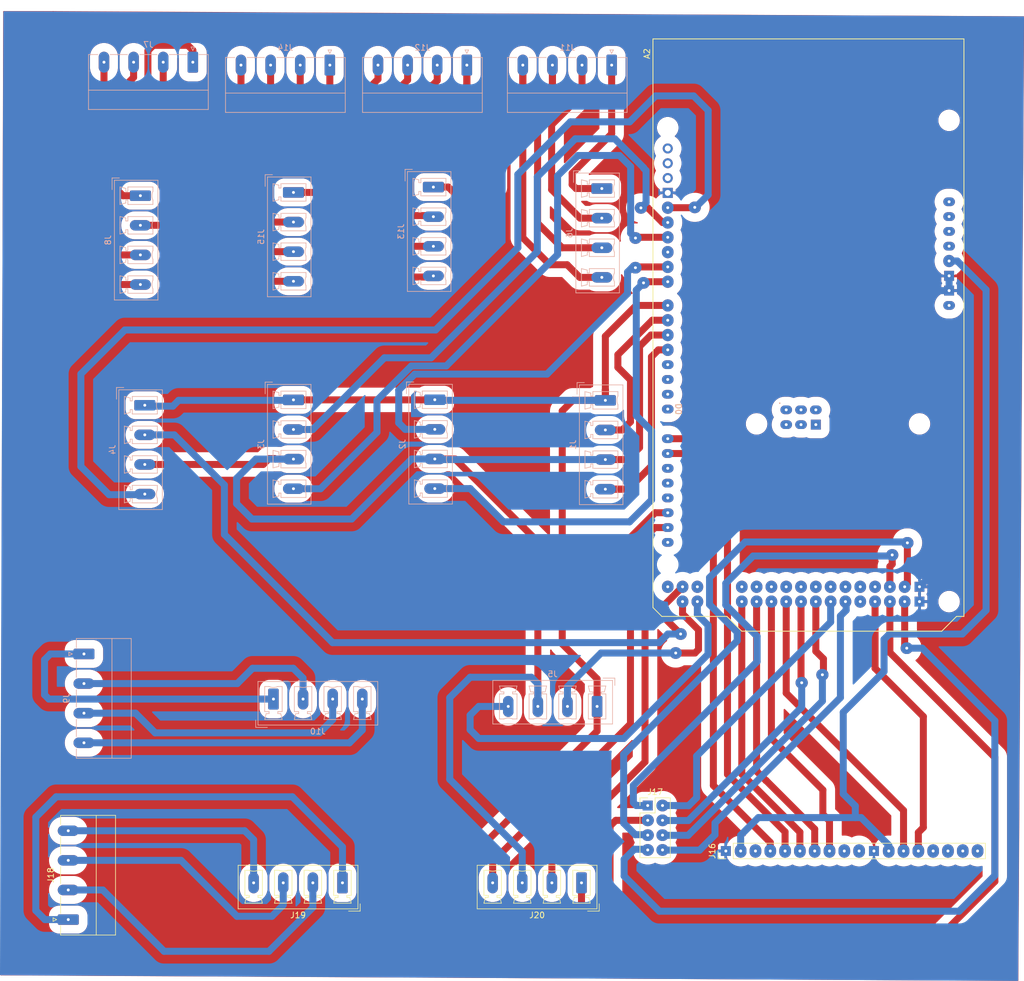
<source format=kicad_pcb>
(kicad_pcb (version 20240108) (generator "pcbnew") (generator_version "8.0")
  (layers (0 "F.Cu" signal) (31 "B.Cu" signal) (34 "B.Paste" user) (35 "F.Paste" user) (36 "B.SilkS" user "B.Silkscreen") (37 "F.SilkS" user "F.Silkscreen") (38 "B.Mask" user) (39 "F.Mask" user) (44 "Edge.Cuts" user))
  (net 0 "")
  (net 1 "Net-(J1-Pin_3)")
  (net 2 "Net-(J1-Pin_2)")
  (net 3 "Net-(J1-Pin_4)")
  (net 4 "Net-(J1-Pin_1)")
  (net 5 "Net-(J2-Pin_2)")
  (net 6 "Net-(J2-Pin_4)")
  (net 7 "Net-(J3-Pin_4)")
  (net 8 "Net-(J3-Pin_2)")
  (net 9 "Net-(J4-Pin_4)")
  (net 10 "Net-(J4-Pin_2)")
  (net 11 "Net-(J5-Pin_4)")
  (net 12 "Net-(J5-Pin_2)")
  (net 13 "Net-(J11-Pin_3)")
  (net 14 "Net-(J11-Pin_2)")
  (net 15 "Net-(J11-Pin_4)")
  (net 16 "Net-(J11-Pin_1)")
  (net 17 "Net-(J7-Pin_2)")
  (net 18 "Net-(J7-Pin_4)")
  (net 19 "Net-(J7-Pin_3)")
  (net 20 "Net-(J7-Pin_1)")
  (net 21 "Net-(J10-Pin_2)")
  (net 22 "Net-(J10-Pin_1)")
  (net 23 "Net-(J10-Pin_4)")
  (net 24 "Net-(J10-Pin_3)")
  (net 25 "Net-(J12-Pin_3)")
  (net 26 "Net-(J12-Pin_1)")
  (net 27 "Net-(J12-Pin_4)")
  (net 28 "Net-(J12-Pin_2)")
  (net 29 "Net-(J14-Pin_3)")
  (net 30 "Net-(J14-Pin_4)")
  (net 31 "Net-(J14-Pin_2)")
  (net 32 "Net-(J14-Pin_1)")
  (net 33 "Net-(J16-Pin_12)")
  (net 34 "GND")
  (net 42 "Net-(A2-D15{slash}RX3)")
  (net 47 "Net-(A2-D14{slash}TX3)")
  (net 49 "Net-(J17-Pin_2)")
  (net 51 "Net-(A2-D50_MISO)")
  (net 52 "Net-(A2-D51_MOSI)")
  (net 53 "Net-(A2-D52_SCK)")
  (net 55 "Net-(A2-D53_CS)")
  (net 57 "Net-(J17-Pin_6)")
  (net 66 "3")
  (net 70 "5")
  (net 72 "6")
  (net 79 "9")
  (net 80 "4")
  (net 81 "1")
  (net 83 "2")
  (net 84 "8")
  (net 92 "7")
  (net 93 "Net-(J17-Pin_4)")
  (net 94 "Net-(J18-Pin_2)")
  (net 95 "Net-(J18-Pin_4)")
  (net 96 "Net-(J18-Pin_1)")
  (net 97 "Net-(J18-Pin_3)")
  (footprint "" (layer "F.Cu") (at 141.74 63.85)
    (property "Reference" "")
    (property "Value" "")
  )
  (footprint "Connector_PinHeader_2.54mm:PinHeader_1x18_P2.54mm_Vertical" (layer "F.Cu") (at 155.86 161.3 90)
    (property "Reference" "J16")
    (property "Value" "Conn_01x18_Pin")
  )
  (footprint "" (layer "F.Cu") (at 168.87 132.44)
    (property "Reference" "")
    (property "Value" "")
  )
  (footprint "" (layer "F.Cu") (at 141.29 50.99)
    (property "Reference" "")
    (property "Value" "")
  )
  (footprint "" (layer "F.Cu") (at 140.36 56.16)
    (property "Reference" "")
    (property "Value" "")
  )
  (footprint "" (layer "F.Cu") (at 186.9975 108.44)
    (property "Reference" "")
    (property "Value" "")
  )
  (footprint "" (layer "F.Cu") (at 140.35 61.25)
    (property "Reference" "")
    (property "Value" "")
  )
  (footprint "" (layer "F.Cu") (at 186.89 126.51)
    (property "Reference" "")
    (property "Value" "")
  )
  (footprint "" (layer "F.Cu") (at 150.53 50.9)
    (property "Reference" "")
    (property "Value" "")
  )
  (footprint "" (layer "F.Cu") (at 148.1 124.08)
    (property "Reference" "")
    (property "Value" "")
  )
  (footprint "" (layer "F.Cu") (at 184.3975 110.5175)
    (property "Reference" "")
    (property "Value" "")
  )
  (footprint "Connector_Phoenix_MC_HighVoltage:PhoenixContact_MCV_1,5_4-G-5.08_1x04_P5.08mm_Vertical" (layer "F.Cu") (at 90.1025 166.7575 180)
    (property "Reference" "J19")
    (property "Value" "Conn_01x04_Pin")
  )
  (footprint "Connector_Phoenix_MC_HighVoltage:PhoenixContact_MCV_1,5_4-G-5.08_1x04_P5.08mm_Vertical" (layer "F.Cu") (at 131.1025 166.7575 180)
    (property "Reference" "J20")
    (property "Value" "Conn_01x04_Pin")
  )
  (footprint "Connector_PinHeader_2.54mm:PinHeader_2x04_P2.54mm_Vertical" (layer "F.Cu") (at 142.46 153.5)
    (property "Reference" "J17")
    (property "Value" "Conn_02x04_Odd_Even")
  )
  (footprint "" (layer "F.Cu") (at 147.26 127.34)
    (property "Reference" "")
    (property "Value" "")
  )
  (footprint "Connector_Phoenix_MC_HighVoltage:PhoenixContact_MC_1,5_4-G-5.08_1x04_P5.08mm_Horizontal" (layer "F.Cu") (at 43.0675 173.065 90)
    (property "Reference" "J18")
    (property "Value" "Conn_01x04_Pin")
  )
  (footprint "" (layer "F.Cu") (at 172.42 131.07)
    (property "Reference" "")
    (property "Value" "")
  )
  (footprint "Connector_Phoenix_MC_HighVoltage:PhoenixContact_MC_1,5_4-G-5.08_1x04_P5.08mm_Horizontal" (layer "B.Cu") (at 111.4352 26.5 180)
    (property "Reference" "J12")
    (property "Value" "Conn_01x04_Pin")
  )
  (footprint "PCM_arduino-library:Arduino_Mega2560_R3_Shield" (layer "B.Cu") (at 196.6952 22 -90)
    (property "Reference" "A2")
    (property "Value" "Arduino_Mega2560_R3_Shield")
  )
  (footprint "Connector_Phoenix_MC_HighVoltage:PhoenixContact_MCV_1,5_4-G-5.08_1x04_P5.08mm_Vertical" (layer "B.Cu") (at 134.59 47.67 -90)
    (property "Reference" "J6")
    (property "Value" "Conn_01x04_Pin")
  )
  (footprint "Connector_Phoenix_MC_HighVoltage:PhoenixContact_MCV_1,5_4-G-5.08_1x04_P5.08mm_Vertical" (layer "B.Cu") (at 133.7752 136.5 180)
    (property "Reference" "J5")
    (property "Value" "Conn_01x04_Pin")
  )
  (footprint "Connector_Phoenix_MC_HighVoltage:PhoenixContact_MC_1,5_4-G-5.08_1x04_P5.08mm_Horizontal" (layer "B.Cu") (at 64.4352 26 180)
    (property "Reference" "J7")
    (property "Value" "Conn_01x04_Pin")
  )
  (footprint "Connector_Phoenix_MC_HighVoltage:PhoenixContact_MCV_1,5_4-G-5.08_1x04_P5.08mm_Vertical" (layer "B.Cu") (at 105.6952 47.42 -90)
    (property "Reference" "J13")
    (property "Value" "Conn_01x04_Pin")
  )
  (footprint "Connector_Phoenix_MC_HighVoltage:PhoenixContact_MC_1,5_4-G-5.08_1x04_P5.08mm_Horizontal" (layer "B.Cu") (at 45.7627 127.5 -90)
    (property "Reference" "J9")
    (property "Value" "Conn_01x04_Pin")
  )
  (footprint "Connector_Phoenix_MC_HighVoltage:PhoenixContact_MCV_1,5_4-G-5.08_1x04_P5.08mm_Vertical" (layer "B.Cu") (at 78.2627 135.24)
    (property "Reference" "J10")
    (property "Value" "Conn_01x04_Pin")
  )
  (footprint "Connector_Phoenix_MC_HighVoltage:PhoenixContact_MCV_1,5_4-G-5.08_1x04_P5.08mm_Vertical" (layer "B.Cu") (at 55.4377 48.8975 -90)
    (property "Reference" "J8")
    (property "Value" "Conn_01x04_Pin")
  )
  (footprint "Connector_Phoenix_MC_HighVoltage:PhoenixContact_MC_1,5_4-G-5.08_1x04_P5.08mm_Horizontal" (layer "B.Cu") (at 87.9352 26.5 180)
    (property "Reference" "J14")
    (property "Value" "Conn_01x04_Pin")
  )
  (footprint "Connector_Phoenix_MC_HighVoltage:PhoenixContact_MCV_1,5_4-G-5.08_1x04_P5.08mm_Vertical" (layer "B.Cu") (at 81.6952 83.92 -90)
    (property "Reference" "J3")
    (property "Value" "Conn_01x04_Pin")
  )
  (footprint "Connector_Phoenix_MC_HighVoltage:PhoenixContact_MCV_1,5_4-G-5.08_1x04_P5.08mm_Vertical" (layer "B.Cu") (at 81.6952 48.34 -90)
    (property "Reference" "J15")
    (property "Value" "Conn_01x04_Pin")
  )
  (footprint "Connector_Phoenix_MC_HighVoltage:PhoenixContact_MCV_1,5_4-G-5.08_1x04_P5.08mm_Vertical" (layer "B.Cu") (at 56.1952 84.84 -90)
    (property "Reference" "J4")
    (property "Value" "Conn_01x04_Pin")
  )
  (footprint "Connector_Phoenix_MC_HighVoltage:PhoenixContact_MCV_1,5_4-G-5.08_1x04_P5.08mm_Vertical" (layer "B.Cu") (at 135.1952 84 -90)
    (property "Reference" "J1")
    (property "Value" "Conn_01x04_Pin")
  )
  (footprint "Connector_Phoenix_MC_HighVoltage:PhoenixContact_MCV_1,5_4-G-5.08_1x04_P5.08mm_Vertical" (layer "B.Cu") (at 105.9377 83.8975 -90)
    (property "Reference" "J2")
    (property "Value" "Conn_01x04_Pin")
  )
  (footprint "Connector_Phoenix_MC_HighVoltage:PhoenixContact_MC_1,5_4-G-5.08_1x04_P5.08mm_Horizontal" (layer "B.Cu") (at 136.2752 26.5 180)
    (property "Reference" "J11")
    (property "Value" "Conn_01x04_Pin")
  )
  (gr_line (start 31.54 182.53) (end 32.01 17.34) (stroke (width 0.2)) (layer "F.Cu"))
  (gr_line (start 205.93 183.47) (end 31.54 182.53) (stroke (width 0.2)) (layer "F.Cu"))
  (gr_line (start 206.92 18.23) (end 205.93 183.47) (stroke (width 0.2)) (layer "F.Cu"))
  (gr_line (start 32.01 17.34) (end 40.48 17.34) (stroke (width 0.2)) (layer "F.Cu"))
  (gr_line (start 40.48 17.34) (end 206.92 18.23) (stroke (width 0.2)) (layer "F.Cu"))
  (segment (start 143.01 72.8) (end 141.06 74.75) (width 1.2) (layer "F.Cu") (net 1))
  (segment (start 141.06 74.75) (end 141.06 92.1) (width 1.2) (layer "F.Cu") (net 1))
  (segment (start 105.938 94.0575) (end 109.418 94.0575) (width 1.2) (layer "F.Cu") (net 1))
  (segment (start 123.615 136.4998) (end 123.615 134.587) (width 1.2) (layer "F.Cu") (net 1))
  (segment (start 145.895 72.8) (end 145.8952 72.8) (width 1.2) (layer "F.Cu") (net 1))
  (segment (start 78.5 94) (end 78.58 94.08) (width 1.2) (layer "F.Cu") (net 1))
  (segment (start 123.615 108.255) (end 123.615 134.587) (width 1.2) (layer "F.Cu") (net 1))
  (segment (start 77.5 94) (end 76.5 95) (width 1.2) (layer "F.Cu") (net 1))
  (segment (start 135.1952 94.16) (end 135.195 94.16) (width 1.2) (layer "F.Cu") (net 1))
  (segment (start 145.895 72.8) (end 143.01 72.8) (width 1.2) (layer "F.Cu") (net 1))
  (segment (start 78.58 94.08) (end 81.6952 94.08) (width 1.2) (layer "F.Cu") (net 1))
  (segment (start 141.06 92.1) (end 139 94.16) (width 1.2) (layer "F.Cu") (net 1))
  (segment (start 76.5 95) (end 56.1952 95) (width 1.2) (layer "F.Cu") (net 1))
  (segment (start 123.6152 136.5) (end 123.615 136.4998) (width 1.2) (layer "F.Cu") (net 1))
  (segment (start 77.5 94) (end 78.5 94) (width 1.2) (layer "F.Cu") (net 1))
  (segment (start 109.418 94.0575) (end 123.615 108.255) (width 1.2) (layer "F.Cu") (net 1))
  (segment (start 105.938 94.0575) (end 105.9377 94.0575) (width 1.2) (layer "F.Cu") (net 1))
  (segment (start 139 94.16) (end 135.1952 94.16) (width 1.2) (layer "F.Cu") (net 1))
  (segment (start 105.9377 94.0575) (end 105.938 94.0575) (width 1.2) (layer "B.Cu") (net 1))
  (segment (start 123.6152 132.6152) (end 122.5 131.5) (width 1.2) (layer "B.Cu") (net 1))
  (segment (start 112 131.5) (end 108.5 135) (width 1.2) (layer "B.Cu") (net 1))
  (segment (start 105.938 94.0576) (end 105.915 94.08) (width 1.2) (layer "B.Cu") (net 1))
  (segment (start 122.5 131.5) (end 112 131.5) (width 1.2) (layer "B.Cu") (net 1))
  (segment (start 71.94 97.39) (end 75.25 94.08) (width 1.2) (layer "B.Cu") (net 1))
  (segment (start 105.938 94.0575) (end 105.938 94.0576) (width 1.2) (layer "B.Cu") (net 1))
  (segment (start 106.04 94.16) (end 105.938 94.0575) (width 1.2) (layer "B.Cu") (net 1))
  (segment (start 105.938 94.0575) (end 105.938 94.0576) (width 1.2) (layer "B.Cu") (net 1))
  (segment (start 123.6152 136.5) (end 123.6152 132.6152) (width 1.2) (layer "B.Cu") (net 1))
  (segment (start 75.25 94.08) (end 81.6952 94.08) (width 1.2) (layer "B.Cu") (net 1))
  (segment (start 120.9425 161.4425) (end 120.9425 166.7575) (width 1.2) (layer "B.Cu") (net 1))
  (segment (start 105.9377 94.0575) (end 101.9725 94.0575) (width 1.2) (layer "B.Cu") (net 1))
  (segment (start 91.67 104.36) (end 74.58 104.36) (width 1.2) (layer "B.Cu") (net 1))
  (segment (start 74.58 104.36) (end 71.94 101.72) (width 1.2) (layer "B.Cu") (net 1))
  (segment (start 71.94 101.72) (end 71.94 97.39) (width 1.2) (layer "B.Cu") (net 1))
  (segment (start 135.195 94.16) (end 106.04 94.16) (width 1.2) (layer "B.Cu") (net 1))
  (segment (start 108.5 135) (end 108.5 149) (width 1.2) (layer "B.Cu") (net 1))
  (segment (start 108.5 149) (end 120.9425 161.4425) (width 1.2) (layer "B.Cu") (net 1))
  (segment (start 135.195 94.16) (end 135.1952 94.16) (width 1.2) (layer "B.Cu") (net 1))
  (segment (start 101.9725 94.0575) (end 91.67 104.36) (width 1.2) (layer "B.Cu") (net 1))
  (segment (start 135.1952 89.08) (end 138.1 89.08) (width 1.2) (layer "F.Cu") (net 2))
  (segment (start 137.34 78.34) (end 137.34 76.1701) (width 1.2) (layer "F.Cu") (net 2))
  (segment (start 135.195 89.08) (end 135.1952 89.08) (width 1.2) (layer "F.Cu") (net 2))
  (segment (start 137.34 76.1701) (end 143.25 70.26) (width 1.2) (layer "F.Cu") (net 2))
  (segment (start 138.1 89.08) (end 139.5 87.68) (width 1.2) (layer "F.Cu") (net 2))
  (segment (start 139.5 80.5) (end 137.34 78.34) (width 1.2) (layer "F.Cu") (net 2))
  (segment (start 139.5 87.68) (end 139.5 80.5) (width 1.2) (layer "F.Cu") (net 2))
  (segment (start 143.25 70.26) (end 145.8952 70.26) (width 1.2) (layer "F.Cu") (net 2))
  (segment (start 143.1 76.53) (end 143.1 95.26) (width 1.2) (layer "F.Cu") (net 3))
  (segment (start 135.1952 99.24) (end 137.948 99.24) (width 1.2) (layer "F.Cu") (net 3))
  (segment (start 145.8952 75.34) (end 144.29 75.34) (width 1.2) (layer "F.Cu") (net 3))
  (segment (start 139.12 99.24) (end 135.1952 99.24) (width 1.2) (layer "F.Cu") (net 3))
  (segment (start 135.195 99.24) (end 135.1952 99.24) (width 1.2) (layer "F.Cu") (net 3))
  (segment (start 143.1 95.26) (end 139.12 99.24) (width 1.2) (layer "F.Cu") (net 3))
  (segment (start 144.29 75.34) (end 143.1 76.53) (width 1.2) (layer "F.Cu") (net 3))
  (segment (start 129.61 84) (end 127.8 85.81) (width 1.2) (layer "F.Cu") (net 4))
  (segment (start 127.8 85.81) (end 127.8 125.79) (width 1.2) (layer "F.Cu") (net 4))
  (segment (start 135.195 82.2275) (end 135.195 84) (width 1.2) (layer "F.Cu") (net 4))
  (segment (start 133.775 134.1325) (end 133.7752 134.1327) (width 1.2) (layer "F.Cu") (net 4))
  (segment (start 135.195 73.0048) (end 135.195 82.2275) (width 1.2) (layer "F.Cu") (net 4))
  (segment (start 133.7752 136.5) (end 133.7752 140.7248) (width 1.2) (layer "F.Cu") (net 4))
  (segment (start 106.5 171.5) (end 108.5 173.5) (width 1.2) (layer "F.Cu") (net 4))
  (segment (start 135.1952 82.2277) (end 135.1952 84) (width 1.2) (layer "F.Cu") (net 4))
  (segment (start 105.915 83.92) (end 105.9265 83.9088) (width 1.2) (layer "F.Cu") (net 4))
  (segment (start 140.48 67.72) (end 135.195 73.0048) (width 1.2) (layer "F.Cu") (net 4))
  (segment (start 81.6952 83.92) (end 105.915 83.92) (width 1.2) (layer "F.Cu") (net 4))
  (segment (start 145.895 67.72) (end 145.8952 67.72) (width 1.2) (layer "F.Cu") (net 4))
  (segment (start 105.9377 83.8976) (end 105.9377 83.8975) (width 1.2) (layer "F.Cu") (net 4))
  (segment (start 133.775 131.765) (end 133.775 134.1325) (width 1.2) (layer "F.Cu") (net 4))
  (segment (start 145.895 67.72) (end 140.48 67.72) (width 1.2) (layer "F.Cu") (net 4))
  (segment (start 128.5 173.5) (end 131.1025 170.8975) (width 1.2) (layer "F.Cu") (net 4))
  (segment (start 131.1025 170.8975) (end 131.1025 166.7575) (width 1.2) (layer "F.Cu") (net 4))
  (segment (start 135.195 84) (end 129.61 84) (width 1.2) (layer "F.Cu") (net 4))
  (segment (start 127.8 125.79) (end 133.775 131.765) (width 1.2) (layer "F.Cu") (net 4))
  (segment (start 133.7752 140.7248) (end 106.5 168) (width 1.2) (layer "F.Cu") (net 4))
  (segment (start 105.9265 83.9088) (end 105.9377 83.8976) (width 1.2) (layer "F.Cu") (net 4))
  (segment (start 105.9265 83.9088) (end 105.938 83.8976) (width 1.2) (layer "F.Cu") (net 4))
  (segment (start 133.7752 134.1327) (end 133.7752 136.5) (width 1.2) (layer "F.Cu") (net 4))
  (segment (start 133.775 134.1325) (end 133.775 136.5) (width 1.2) (layer "F.Cu") (net 4))
  (segment (start 108.5 173.5) (end 128.5 173.5) (width 1.2) (layer "F.Cu") (net 4))
  (segment (start 135.195 82.2275) (end 135.1952 82.2277) (width 1.2) (layer "F.Cu") (net 4))
  (segment (start 106.5 168) (end 106.5 171.5) (width 1.2) (layer "F.Cu") (net 4))
  (segment (start 56.1952 84.84) (end 56.3552 85) (width 1.2) (layer "B.Cu") (net 4))
  (segment (start 105.9377 83.8975) (end 105.938 83.8975) (width 1.2) (layer "B.Cu") (net 4))
  (segment (start 61 85) (end 62 84) (width 1.2) (layer "B.Cu") (net 4))
  (segment (start 62 84) (end 81.6152 84) (width 1.2) (layer "B.Cu") (net 4))
  (segment (start 81.6152 84) (end 81.6952 83.92) (width 1.2) (layer "B.Cu") (net 4))
  (segment (start 106.04 84) (end 105.938 83.8975) (width 1.2) (layer "B.Cu") (net 4))
  (segment (start 56.3552 85) (end 61 85) (width 1.2) (layer "B.Cu") (net 4))
  (segment (start 135.195 84) (end 135.1952 84) (width 1.2) (layer "B.Cu") (net 4))
  (segment (start 135.195 84) (end 106.04 84) (width 1.2) (layer "B.Cu") (net 4))
  (segment (start 140.484 61.116) (end 140.35 61.25) (width 1.2) (layer "F.Cu") (net 5))
  (segment (start 145.8952 61.116) (end 140.484 61.116) (width 1.2) (layer "F.Cu") (net 5))
  (segment (start 125.19 79.5) (end 102.5 79.5) (width 1.2) (layer "B.Cu") (net 5))
  (segment (start 139 62) (end 139 65.69) (width 1.2) (layer "B.Cu") (net 5))
  (segment (start 102.5 79.5) (end 99.75 82.25) (width 1.2) (layer "B.Cu") (net 5))
  (segment (start 139 65.69) (end 125.19 79.5) (width 1.2) (layer "B.Cu") (net 5))
  (segment (start 100.8675 88.9775) (end 105.9377 88.9775) (width 1.2) (layer "B.Cu") (net 5))
  (segment (start 99.75 87.86) (end 100.8675 88.9775) (width 1.2) (layer "B.Cu") (net 5))
  (segment (start 140.35 61.25) (end 139.75 61.25) (width 1.2) (layer "B.Cu") (net 5))
  (segment (start 105.938 88.9775) (end 105.9377 88.9775) (width 1.2) (layer "B.Cu") (net 5))
  (segment (start 139.75 61.25) (end 139 62) (width 1.2) (layer "B.Cu") (net 5))
  (segment (start 99.75 82.25) (end 99.75 87.86) (width 1.2) (layer "B.Cu") (net 5))
  (segment (start 145.8952 63.656) (end 141.934 63.656) (width 1.2) (layer "F.Cu") (net 6))
  (segment (start 141.934 63.656) (end 141.74 63.85) (width 1.2) (layer "F.Cu") (net 6))
  (segment (start 105.9377 99.1375) (end 112.0125 99.1375) (width 1.2) (layer "B.Cu") (net 6))
  (segment (start 143.12 101.07) (end 143.12 89.24) (width 1.2) (layer "B.Cu") (net 6))
  (segment (start 139.35 104.84) (end 143.12 101.07) (width 1.2) (layer "B.Cu") (net 6))
  (segment (start 140.5 65.09) (end 141.74 63.85) (width 1.2) (layer "B.Cu") (net 6))
  (segment (start 112.0125 99.1375) (end 117.715 104.84) (width 1.2) (layer "B.Cu") (net 6))
  (segment (start 140.5 86.62) (end 140.5 65.09) (width 1.2) (layer "B.Cu") (net 6))
  (segment (start 117.715 104.84) (end 139.35 104.84) (width 1.2) (layer "B.Cu") (net 6))
  (segment (start 143.12 89.24) (end 140.5 86.62) (width 1.2) (layer "B.Cu") (net 6))
  (segment (start 145.8952 56.036) (end 140.484 56.036) (width 1.2) (layer "F.Cu") (net 7))
  (segment (start 140.484 56.036) (end 140.36 56.16) (width 1.2) (layer "F.Cu") (net 7))
  (segment (start 137.61 42) (end 139.53 43.92) (width 1.2) (layer "B.Cu") (net 7))
  (segment (start 130.5 42) (end 137.61 42) (width 1.2) (layer "B.Cu") (net 7))
  (segment (start 139.53 43.92) (end 139.53 55.33) (width 1.2) (layer "B.Cu") (net 7))
  (segment (start 127 59) (end 127 45.5) (width 1.2) (layer "B.Cu") (net 7))
  (segment (start 139.53 55.33) (end 140.36 56.16) (width 1.2) (layer "B.Cu") (net 7))
  (segment (start 127 45.5) (end 130.5 42) (width 1.2) (layer "B.Cu") (net 7))
  (segment (start 101.920101 78.1) (end 107.9 78.1) (width 1.2) (layer "B.Cu") (net 7))
  (segment (start 107.9 78.1) (end 127 59) (width 1.2) (layer "B.Cu") (net 7))
  (segment (start 81.6952 99.16) (end 86.34 99.16) (width 1.2) (layer "B.Cu") (net 7))
  (segment (start 96.02 84.000101) (end 101.920101 78.1) (width 1.2) (layer "B.Cu") (net 7))
  (segment (start 96.02 89.48) (end 96.02 84.000101) (width 1.2) (layer "B.Cu") (net 7))
  (segment (start 86.34 99.16) (end 96.02 89.48) (width 1.2) (layer "B.Cu") (net 7))
  (segment (start 144.996 53.496) (end 142.49 50.99) (width 1.2) (layer "F.Cu") (net 8))
  (segment (start 145.8952 53.496) (end 144.996 53.496) (width 1.2) (layer "F.Cu") (net 8))
  (segment (start 142.49 50.99) (end 141.29 50.99) (width 1.2) (layer "F.Cu") (net 8))
  (segment (start 136.81 39.14) (end 130.04 39.14) (width 1.2) (layer "B.Cu") (net 8))
  (segment (start 142.18 44.59) (end 141.76 44.17) (width 1.2) (layer "B.Cu") (net 8))
  (segment (start 123.525 58.475) (end 105.3 76.7) (width 1.2) (layer "B.Cu") (net 8))
  (segment (start 85 89) (end 81.6952 89) (width 1.2) (layer "B.Cu") (net 8))
  (segment (start 130.04 39.14) (end 123.525 45.655) (width 1.2) (layer "B.Cu") (net 8))
  (segment (start 97.3 76.7) (end 85 89) (width 1.2) (layer "B.Cu") (net 8))
  (segment (start 141.76 44.17) (end 141.76 44.09) (width 1.2) (layer "B.Cu") (net 8))
  (segment (start 141.29 50.99) (end 142.18 50.1) (width 1.2) (layer "B.Cu") (net 8))
  (segment (start 105.3 76.7) (end 97.3 76.7) (width 1.2) (layer "B.Cu") (net 8))
  (segment (start 141.76 44.09) (end 136.81 39.14) (width 1.2) (layer "B.Cu") (net 8))
  (segment (start 123.525 45.655) (end 123.525 58.475) (width 1.2) (layer "B.Cu") (net 8))
  (segment (start 142.18 50.1) (end 142.18 44.59) (width 1.2) (layer "B.Cu") (net 8))
  (segment (start 150.474 50.956) (end 150.53 50.9) (width 1.2) (layer "F.Cu") (net 9))
  (segment (start 145.8952 50.956) (end 150.474 50.956) (width 1.2) (layer "F.Cu") (net 9))
  (segment (start 50.07 100.18) (end 56.0952 100.18) (width 1.2) (layer "B.Cu") (net 9))
  (segment (start 120.1813 57.8187) (end 106.07 71.93) (width 1.2) (layer "B.Cu") (net 9))
  (segment (start 45.23 95.34) (end 50.07 100.18) (width 1.2) (layer "B.Cu") (net 9))
  (segment (start 150.33 31.78) (end 143.82 31.78) (width 1.2) (layer "B.Cu") (net 9))
  (segment (start 139.37 36.23) (end 129.2 36.23) (width 1.2) (layer "B.Cu") (net 9))
  (segment (start 45.23 79.48) (end 45.23 95.34) (width 1.2) (layer "B.Cu") (net 9))
  (segment (start 152.83 34.28) (end 150.33 31.78) (width 1.2) (layer "B.Cu") (net 9))
  (segment (start 120.1813 45.2487) (end 120.1813 57.8187) (width 1.2) (layer "B.Cu") (net 9))
  (segment (start 52.78 71.93) (end 45.23 79.48) (width 1.2) (layer "B.Cu") (net 9))
  (segment (start 56.0952 100.18) (end 56.1952 100.08) (width 1.2) (layer "B.Cu") (net 9))
  (segment (start 150.614 50.956) (end 152.83 48.74) (width 1.2) (layer "B.Cu") (net 9))
  (segment (start 129.2 36.23) (end 120.1813 45.2487) (width 1.2) (layer "B.Cu") (net 9))
  (segment (start 143.82 31.78) (end 139.37 36.23) (width 1.2) (layer "B.Cu") (net 9))
  (segment (start 152.83 48.74) (end 152.83 34.28) (width 1.2) (layer "B.Cu") (net 9))
  (segment (start 106.07 71.93) (end 52.78 71.93) (width 1.2) (layer "B.Cu") (net 9))
  (segment (start 145.27 121.25) (end 148.1 124.08) (width 1.2) (layer "F.Cu") (net 10))
  (segment (start 145.27 119.1452) (end 145.27 121.25) (width 1.2) (layer "F.Cu") (net 10))
  (segment (start 148.4352 115.98) (end 145.27 119.1452) (width 1.2) (layer "F.Cu") (net 10))
  (segment (start 69.85 98.52) (end 61.25 89.92) (width 1.2) (layer "B.Cu") (net 10))
  (segment (start 148.435 115.98) (end 148.4352 115.98) (width 1.2) (layer "B.Cu") (net 10))
  (segment (start 145.92 124.08) (end 144.44 125.56) (width 1.2) (layer "B.Cu") (net 10))
  (segment (start 144.44 125.56) (end 88.41 125.56) (width 1.2) (layer "B.Cu") (net 10))
  (segment (start 88.41 125.56) (end 69.85 107) (width 1.2) (layer "B.Cu") (net 10))
  (segment (start 69.85 107) (end 69.85 98.52) (width 1.2) (layer "B.Cu") (net 10))
  (segment (start 61.25 89.92) (end 56.1952 89.92) (width 1.2) (layer "B.Cu") (net 10))
  (segment (start 148.1 124.08) (end 145.92 124.08) (width 1.2) (layer "B.Cu") (net 10))
  (segment (start 150.9752 120.7452) (end 152.81 122.58) (width 1.2) (layer "B.Cu") (net 11))
  (segment (start 112 140.5) (end 112 138) (width 1.2) (layer "B.Cu") (net 11))
  (segment (start 152.81 122.58) (end 152.81 123.52) (width 1.2) (layer "B.Cu") (net 11))
  (segment (start 112 138) (end 113.5 136.5) (width 1.2) (layer "B.Cu") (net 11))
  (segment (start 152.81 123.52) (end 152.81 127.55) (width 1.2) (layer "B.Cu") (net 11))
  (segment (start 113.5 136.5) (end 118.5352 136.5) (width 1.2) (layer "B.Cu") (net 11))
  (segment (start 113.5 142) (end 112 140.5) (width 1.2) (layer "B.Cu") (net 11))
  (segment (start 138.36 142) (end 113.5 142) (width 1.2) (layer "B.Cu") (net 11))
  (segment (start 152.81 127.55) (end 138.36 142) (width 1.2) (layer "B.Cu") (net 11))
  (segment (start 152.81 122.8948) (end 152.81 123.52) (width 1.2) (layer "B.Cu") (net 11))
  (segment (start 150.9752 118.52) (end 150.9752 120.7452) (width 1.2) (layer "B.Cu") (net 11))
  (segment (start 148.4352 118.52) (end 148.4352 120.6352) (width 1.2) (layer "F.Cu") (net 12))
  (segment (start 148.4352 120.6352) (end 151.17 123.37) (width 1.2) (layer "F.Cu") (net 12))
  (segment (start 151.17 126.73) (end 150.56 127.34) (width 1.2) (layer "F.Cu") (net 12))
  (segment (start 150.56 127.34) (end 147.26 127.34) (width 1.2) (layer "F.Cu") (net 12))
  (segment (start 151.17 123.37) (end 151.17 126.73) (width 1.2) (layer "F.Cu") (net 12))
  (segment (start 134.45 127.34) (end 128.6952 133.0948) (width 1.2) (layer "B.Cu") (net 12))
  (segment (start 128.6952 133.0948) (end 128.6952 136.5) (width 1.2) (layer "B.Cu") (net 12))
  (segment (start 147.26 127.34) (end 134.45 127.34) (width 1.2) (layer "B.Cu") (net 12))
  (segment (start 123.57 53.62) (end 123.57 35.33) (width 1.2) (layer "F.Cu") (net 13))
  (segment (start 126.115 32.7848) (end 126.115 29.6424) (width 1.2) (layer "F.Cu") (net 13))
  (segment (start 126.115 29.6424) (end 126.1152 29.6422) (width 1.2) (layer "F.Cu") (net 13))
  (segment (start 123.57 35.33) (end 126.115 32.7848) (width 1.2) (layer "F.Cu") (net 13))
  (segment (start 126.115 26.5) (end 126.115 29.6424) (width 1.2) (layer "F.Cu") (net 13))
  (segment (start 127.78 57.83) (end 123.57 53.62) (width 1.2) (layer "F.Cu") (net 13))
  (segment (start 126.1152 29.6422) (end 126.1152 26.5) (width 1.2) (layer "F.Cu") (net 13))
  (segment (start 134.59 57.83) (end 127.78 57.83) (width 1.2) (layer "F.Cu") (net 13))
  (segment (start 125.98 47.86) (end 130.87 52.75) (width 1.2) (layer "F.Cu") (net 14))
  (segment (start 131.1952 26.8868) (end 131.1952 26.5) (width 1.2) (layer "F.Cu") (net 14))
  (segment (start 130.87 52.75) (end 134.59 52.75) (width 1.2) (layer "F.Cu") (net 14))
  (segment (start 131.195 26.5) (end 131.195 26.887) (width 1.2) (layer "F.Cu") (net 14))
  (segment (start 131.195 27.2742) (end 131.195 27.274) (width 1.2) (layer "F.Cu") (net 14))
  (segment (start 131.195 26.887) (end 131.195 26.5) (width 1.2) (layer "F.Cu") (net 14))
  (segment (start 131.195 26.887) (end 131.195 31.5248) (width 1.2) (layer "F.Cu") (net 14))
  (segment (start 125.98 36.74) (end 125.98 47.86) (width 1.2) (layer "F.Cu") (net 14))
  (segment (start 131.195 27.274) (end 131.195 26.887) (width 1.2) (layer "F.Cu") (net 14))
  (segment (start 131.195 31.5248) (end 125.98 36.74) (width 1.2) (layer "F.Cu") (net 14))
  (segment (start 131.195 26.887) (end 131.195 26.5) (width 1.2) (layer "F.Cu") (net 14))
  (segment (start 131.195 27.2742) (end 131.195 27.274) (width 1.2) (layer "F.Cu") (net 14))
  (segment (start 131.195 26.887) (end 131.1952 26.8868) (width 1.2) (layer "F.Cu") (net 14))
  (segment (start 131.195 27.274) (end 131.195 26.887) (width 1.2) (layer "F.Cu") (net 14))
  (segment (start 121.035 26.5) (end 121.035 31.1016) (width 1.2) (layer "F.Cu") (net 15))
  (segment (start 125.67 60.74) (end 128.64 60.74) (width 1.2) (layer "F.Cu") (net 15))
  (segment (start 121.0352 31.1014) (end 121.0352 26.5) (width 1.2) (layer "F.Cu") (net 15))
  (segment (start 121.035 31.1016) (end 121.0352 31.1014) (width 1.2) (layer "F.Cu") (net 15))
  (segment (start 130.81 62.91) (end 134.59 62.91) (width 1.2) (layer "F.Cu") (net 15))
  (segment (start 121.035 31.1016) (end 121.035 56.105) (width 1.2) (layer "F.Cu") (net 15))
  (segment (start 128.64 60.74) (end 130.81 62.91) (width 1.2) (layer "F.Cu") (net 15))
  (segment (start 121.035 56.105) (end 125.67 60.74) (width 1.2) (layer "F.Cu") (net 15))
  (segment (start 129.5 47) (end 130.17 47.67) (width 1.2) (layer "F.Cu") (net 16))
  (segment (start 129.5 45.05) (end 129.5 47) (width 1.2) (layer "F.Cu") (net 16))
  (segment (start 136.2752 26.5) (end 136.275 26.5) (width 1.2) (layer "F.Cu") (net 16))
  (segment (start 130.17 47.67) (end 134.59 47.67) (width 1.2) (layer "F.Cu") (net 16))
  (segment (start 136.275 26.5) (end 136.275 38.275) (width 1.2) (layer "F.Cu") (net 16))
  (segment (start 136.275 38.275) (end 129.5 45.05) (width 1.2) (layer "F.Cu") (net 16))
  (segment (start 61.87 51.62) (end 61.87 32.46) (width 1.2) (layer "F.Cu") (net 17))
  (segment (start 61.87 32.46) (end 59.3552 29.9452) (width 1.2) (layer "F.Cu") (net 17))
  (segment (start 55.4377 53.9775) (end 59.5125 53.9775) (width 1.2) (layer "F.Cu") (net 17))
  (segment (start 59.3552 29.9452) (end 59.3552 26) (width 1.2) (layer "F.Cu") (net 17))
  (segment (start 59.5125 53.9775) (end 61.87 51.62) (width 1.2) (layer "F.Cu") (net 17))
  (segment (start 55.4377 64.1375) (end 50.5775 64.1375) (width 1.2) (layer "F.Cu") (net 18))
  (segment (start 50.5775 64.1375) (end 46.13 59.69) (width 1.2) (layer "F.Cu") (net 18))
  (segment (start 46.13 59.69) (end 46.13 32.7) (width 1.2) (layer "F.Cu") (net 18))
  (segment (start 49.1952 29.6348) (end 49.1952 26) (width 1.2) (layer "F.Cu") (net 18))
  (segment (start 46.13 32.7) (end 49.1952 29.6348) (width 1.2) (layer "F.Cu") (net 18))
  (segment (start 48.34 55.45) (end 48.34 34.54) (width 1.2) (layer "F.Cu") (net 19))
  (segment (start 51.9475 59.0575) (end 48.34 55.45) (width 1.2) (layer "F.Cu") (net 19))
  (segment (start 55.4377 59.0575) (end 51.9475 59.0575) (width 1.2) (layer "F.Cu") (net 19))
  (segment (start 48.34 34.54) (end 54.2752 28.6048) (width 1.2) (layer "F.Cu") (net 19))
  (segment (start 54.2752 28.6048) (end 54.2752 26) (width 1.2) (layer "F.Cu") (net 19))
  (segment (start 50.62 47.06) (end 50.62 35.55) (width 1.2) (layer "F.Cu") (net 20))
  (segment (start 56.73 24.04) (end 57.66 23.11) (width 1.2) (layer "F.Cu") (net 20))
  (segment (start 63.59 23.11) (end 64.4352 23.9552) (width 1.2) (layer "F.Cu") (net 20))
  (segment (start 57.66 23.11) (end 63.59 23.11) (width 1.2) (layer "F.Cu") (net 20))
  (segment (start 52.4575 48.8975) (end 50.62 47.06) (width 1.2) (layer "F.Cu") (net 20))
  (segment (start 56.73 29.44) (end 56.73 24.04) (width 1.2) (layer "F.Cu") (net 20))
  (segment (start 64.4352 23.9552) (end 64.4352 26) (width 1.2) (layer "F.Cu") (net 20))
  (segment (start 55.4377 48.8975) (end 52.4575 48.8975) (width 1.2) (layer "F.Cu") (net 20))
  (segment (start 50.62 35.55) (end 56.73 29.44) (width 1.2) (layer "F.Cu") (net 20))
  (segment (start 81.66 129.96) (end 83.3427 131.6427) (width 1.2) (layer "B.Cu") (net 21))
  (segment (start 45.7627 132.58) (end 72.06 132.58) (width 1.2) (layer "B.Cu") (net 21))
  (segment (start 74.68 129.96) (end 81.66 129.96) (width 1.2) (layer "B.Cu") (net 21))
  (segment (start 72.06 132.58) (end 74.68 129.96) (width 1.2) (layer "B.Cu") (net 21))
  (segment (start 83.3427 131.6427) (end 83.3427 135.24) (width 1.2) (layer "B.Cu") (net 21))
  (segment (start 40 127.5) (end 45.7627 127.5) (width 1.2) (layer "B.Cu") (net 22))
  (segment (start 39.74 135.24) (end 39 134.5) (width 1.2) (layer "B.Cu") (net 22))
  (segment (start 78.2627 135.24) (end 39.74 135.24) (width 1.2) (layer "B.Cu") (net 22))
  (segment (start 39 128.5) (end 40 127.5) (width 1.2) (layer "B.Cu") (net 22))
  (segment (start 39 134.5) (end 39 128.5) (width 1.2) (layer "B.Cu") (net 22))
  (segment (start 93.5027 135.24) (end 93.5027 140.5473) (width 1.2) (layer "B.Cu") (net 23))
  (segment (start 93.5027 140.5473) (end 91.31 142.74) (width 1.2) (layer "B.Cu") (net 23))
  (segment (start 91.31 142.74) (end 45.7627 142.74) (width 1.2) (layer "B.Cu") (net 23))
  (segment (start 88.4227 135.24) (end 88.4227 138.764366) (width 1.2) (layer "B.Cu") (net 24))
  (segment (start 86.157066 141.03) (end 57.98 141.03) (width 1.2) (layer "B.Cu") (net 24))
  (segment (start 88.4227 138.764366) (end 86.157066 141.03) (width 1.2) (layer "B.Cu") (net 24))
  (segment (start 54.61 137.66) (end 45.7627 137.66) (width 1.2) (layer "B.Cu") (net 24))
  (segment (start 57.98 141.03) (end 54.61 137.66) (width 1.2) (layer "B.Cu") (net 24))
  (segment (start 96.56 55.62) (end 96.56 33.77) (width 1.2) (layer "F.Cu") (net 25))
  (segment (start 101.275 29.055) (end 101.275 27.6678) (width 1.2) (layer "F.Cu") (net 25))
  (segment (start 105.6952 57.58) (end 98.76 57.58) (width 1.2) (layer "F.Cu") (net 25))
  (segment (start 98.76 57.58) (end 98.64 57.7) (width 1.2) (layer "F.Cu") (net 25))
  (segment (start 96.56 33.77) (end 101.275 29.055) (width 1.2) (layer "F.Cu") (net 25))
  (segment (start 98.64 57.7) (end 96.56 55.62) (width 1.2) (layer "F.Cu") (net 25))
  (segment (start 111.435 29.8076) (end 111.435 33.1152) (width 1.2) (layer "F.Cu") (net 26))
  (segment (start 111.435 26.5) (end 111.435 29.8076) (width 1.2) (layer "F.Cu") (net 26))
  (segment (start 105.6952 47.42) (end 105.695 47.42) (width 1.2) (layer "F.Cu") (net 26))
  (segment (start 109.69 48.85) (end 108.26 47.42) (width 1.2) (layer "F.Cu") (net 26))
  (segment (start 114.84 48.85) (end 109.69 48.85) (width 1.2) (layer "F.Cu") (net 26))
  (segment (start 111.435 33.1152) (end 116.25 37.93) (width 1.2) (layer "F.Cu") (net 26))
  (segment (start 116.25 37.93) (end 116.25 47.44) (width 1.2) (layer "F.Cu") (net 26))
  (segment (start 116.25 47.44) (end 114.84 48.85) (width 1.2) (layer "F.Cu") (net 26))
  (segment (start 111.435 29.8076) (end 111.4352 29.8074) (width 1.2) (layer "F.Cu") (net 26))
  (segment (start 108.26 47.42) (end 105.6952 47.42) (width 1.2) (layer "F.Cu") (net 26))
  (segment (start 111.4352 29.8074) (end 111.4352 26.5) (width 1.2) (layer "F.Cu") (net 26))
  (segment (start 105.6002 62.755) (end 105.6952 62.66) (width 1.2) (layer "F.Cu") (net 27))
  (segment (start 96.1952 28.9048) (end 96.1952 26.5) (width 1.2) (layer "F.Cu") (net 27))
  (segment (start 92.54 61.54) (end 92.54 32.56) (width 1.2) (layer "F.Cu") (net 27))
  (segment (start 93.85 62.85) (end 92.54 61.54) (width 1.2) (layer "F.Cu") (net 27))
  (segment (start 105.6 62.755) (end 105.505 62.85) (width 1.2) (layer "F.Cu") (net 27))
  (segment (start 105.505 62.85) (end 93.85 62.85) (width 1.2) (layer "F.Cu") (net 27))
  (segment (start 92.54 32.56) (end 96.1952 28.9048) (width 1.2) (layer "F.Cu") (net 27))
  (segment (start 105.6 62.755) (end 105.6002 62.755) (width 1.2) (layer "F.Cu") (net 27))
  (segment (start 105.695 62.66) (end 105.6 62.755) (width 1.2) (layer "F.Cu") (net 27))
  (segment (start 98.5 34.3549) (end 98.5 49.15) (width 1.2) (layer "F.Cu") (net 28))
  (segment (start 106.3552 29.1448) (end 105.48 30.02) (width 1.2) (layer "F.Cu") (net 28))
  (segment (start 105.5052 52.31) (end 105.6952 52.5) (width 1.2) (layer "F.Cu") (net 28))
  (segment (start 106.3552 26.5) (end 106.3552 29.1448) (width 1.2) (layer "F.Cu") (net 28))
  (segment (start 102.8349 30.02) (end 98.5 34.3549) (width 1.2) (layer "F.Cu") (net 28))
  (segment (start 105.48 30.02) (end 102.8349 30.02) (width 1.2) (layer "F.Cu") (net 28))
  (segment (start 98.5 49.15) (end 101.66 52.31) (width 1.2) (layer "F.Cu") (net 28))
  (segment (start 101.66 52.31) (end 105.5052 52.31) (width 1.2) (layer "F.Cu") (net 28))
  (segment (start 75 56.91) (end 75 34.85) (width 1.2) (layer "F.Cu") (net 29))
  (segment (start 77.7752 32.0748) (end 77.7752 26.5) (width 1.2) (layer "F.Cu") (net 29))
  (segment (start 75 34.85) (end 77.7752 32.0748) (width 1.2) (layer "F.Cu") (net 29))
  (segment (start 76.59 58.5) (end 75 56.91) (width 1.2) (layer "F.Cu") (net 29))
  (segment (start 81.6952 58.5) (end 76.59 58.5) (width 1.2) (layer "F.Cu") (net 29))
  (segment (start 74.7 63.58) (end 72.6952 61.5752) (width 1.2) (layer "F.Cu") (net 30))
  (segment (start 72.6952 61.5752) (end 72.6952 26.5) (width 1.2) (layer "F.Cu") (net 30))
  (segment (start 81.6952 63.58) (end 74.7 63.58) (width 1.2) (layer "F.Cu") (net 30))
  (segment (start 77.93 53.42) (end 76.74 52.23) (width 1.2) (layer "F.Cu") (net 31))
  (segment (start 81.6952 53.42) (end 77.93 53.42) (width 1.2) (layer "F.Cu") (net 31))
  (segment (start 76.74 52.23) (end 76.74 37.63) (width 1.2) (layer "F.Cu") (net 31))
  (segment (start 82.8552 31.5148) (end 82.8552 26.5) (width 1.2) (layer "F.Cu") (net 31))
  (segment (start 76.74 37.63) (end 82.8552 31.5148) (width 1.2) (layer "F.Cu") (net 31))
  (segment (start 86.92 48.34) (end 87.9352 47.3248) (width 1.2) (layer "F.Cu") (net 32))
  (segment (start 87.9352 47.3248) (end 87.9352 26.5) (width 1.2) (layer "F.Cu") (net 32))
  (segment (start 81.6952 48.34) (end 86.92 48.34) (width 1.2) (layer "F.Cu") (net 32))
  (segment (start 183 130.5) (end 176 137.5) (width 1.2) (layer "B.Cu") (net 33))
  (segment (start 176 151.5) (end 178.07 153.57) (width 1.2) (layer "B.Cu") (net 33))
  (segment (start 178.07 155.57) (end 179.07 155.57) (width 1.2) (layer "B.Cu") (net 33))
  (segment (start 161.43 155.57) (end 158.4 158.6) (width 1.2) (layer "B.Cu") (net 33))
  (segment (start 158.4 158.6) (end 158.4 161.3) (width 1.2) (layer "B.Cu") (net 33))
  (segment (start 200.5 65.04) (end 200.5 120) (width 1.2) (layer "B.Cu") (net 33))
  (segment (start 178.07 153.57) (end 178.07 155.57) (width 1.2) (layer "B.Cu") (net 33))
  (segment (start 178.07 155.57) (end 161.43 155.57) (width 1.2) (layer "B.Cu") (net 33))
  (segment (start 183.92 124.08) (end 183 125) (width 1.2) (layer "B.Cu") (net 33))
  (segment (start 183 125) (end 183 130.5) (width 1.2) (layer "B.Cu") (net 33))
  (segment (start 196.42 124.08) (end 183.92 124.08) (width 1.2) (layer "B.Cu") (net 33))
  (segment (start 183.8 160.3) (end 183.8 161.3) (width 1.2) (layer "B.Cu") (net 33))
  (segment (start 176 137.5) (end 176 151.5) (width 1.2) (layer "B.Cu") (net 33))
  (segment (start 179.07 155.57) (end 183.8 160.3) (width 1.2) (layer "B.Cu") (net 33))
  (segment (start 195.56 60.1) (end 200.5 65.04) (width 1.2) (layer "B.Cu") (net 33))
  (segment (start 194.1552 60.1) (end 195.56 60.1) (width 1.2) (layer "B.Cu") (net 33))
  (segment (start 200.5 120) (end 196.42 124.08) (width 1.2) (layer "B.Cu") (net 33))
  (segment (start 181.4552 160.9748) (end 181.24 161.19) (width 1.2) (layer "F.Cu") (net 34))
  (segment (start 194.1552 65.18) (end 190 65.18) (width 1.2) (layer "B.Cu") (net 34))
  (segment (start 190 65.18) (end 189.12 66.06) (width 1.2) (layer "B.Cu") (net 34))
  (segment (start 194.1552 62.64) (end 194.1552 65.18) (width 1.2) (layer "B.Cu") (net 34))
  (segment (start 189.12 69.23) (end 194 74.11) (width 1.2) (layer "B.Cu") (net 34))
  (segment (start 194 74.11) (end 194 111.0552) (width 1.2) (layer "B.Cu") (net 34))
  (segment (start 189.12 66.06) (end 189.12 69.23) (width 1.2) (layer "B.Cu") (net 34))
  (segment (start 194 111.0552) (end 189.0752 115.98) (width 1.2) (layer "B.Cu") (net 34))
  (segment (start 153.72 150.06) (end 163.48 159.82) (width 1.2) (layer "F.Cu") (net 42))
  (segment (start 145.8952 93.12) (end 151.54 93.12) (width 1.2) (layer "F.Cu") (net 42))
  (segment (start 153.72 95.3) (end 153.72 150.06) (width 1.2) (layer "F.Cu") (net 42))
  (segment (start 163.48 159.82) (end 163.48 161.3) (width 1.2) (layer "F.Cu") (net 42))
  (segment (start 151.54 93.12) (end 153.72 95.3) (width 1.2) (layer "F.Cu") (net 42))
  (segment (start 166.02 158.02) (end 166.02 161.3) (width 1.2) (layer "F.Cu") (net 47))
  (segment (start 152.81 90.58) (end 156.14 93.91) (width 1.2) (layer "F.Cu") (net 47))
  (segment (start 156.14 148.14) (end 166.02 158.02) (width 1.2) (layer "F.Cu") (net 47))
  (segment (start 145.8952 90.58) (end 152.81 90.58) (width 1.2) (layer "F.Cu") (net 47))
  (segment (start 156.14 93.91) (end 156.14 148.14) (width 1.2) (layer "F.Cu") (net 47))
  (segment (start 147.37 153.53) (end 147.34 153.5) (width 1.2) (layer "B.Cu") (net 49))
  (segment (start 173.8352 122.0248) (end 150.85 145.01) (width 1.2) (layer "B.Cu") (net 49))
  (segment (start 147.34 153.5) (end 145 153.5) (width 1.2) (layer "B.Cu") (net 49))
  (segment (start 150.85 152.15) (end 149.47 153.53) (width 1.2) (layer "B.Cu") (net 49))
  (segment (start 149.47 153.53) (end 147.37 153.53) (width 1.2) (layer "B.Cu") (net 49))
  (segment (start 173.8352 118.52) (end 173.8352 122.0248) (width 1.2) (layer "B.Cu") (net 49))
  (segment (start 150.85 145.01) (end 150.85 152.15) (width 1.2) (layer "B.Cu") (net 49))
  (segment (start 183.9952 112.5048) (end 183.9952 115.98) (width 1.2) (layer "F.Cu") (net 51))
  (segment (start 184.3975 112.1025) (end 183.9952 112.5048) (width 1.2) (layer "F.Cu") (net 51))
  (segment (start 184.3975 110.5175) (end 184.3975 112.1025) (width 1.2) (layer "F.Cu") (net 51))
  (segment (start 140 153) (end 140.5 153.5) (width 1.2) (layer "B.Cu") (net 51))
  (segment (start 161.225 124.485) (end 161.225 128.815) (width 1.2) (layer "B.Cu") (net 51))
  (segment (start 155.85 115.39) (end 155.85 119.11) (width 1.2) (layer "B.Cu") (net 51))
  (segment (start 140 150.04) (end 140 153) (width 1.2) (layer "B.Cu") (net 51))
  (segment (start 140.5 153.5) (end 142.46 153.5) (width 1.2) (layer "B.Cu") (net 51))
  (segment (start 184.215 110.7) (end 160.54 110.7) (width 1.2) (layer "B.Cu") (net 51))
  (segment (start 161.225 128.815) (end 140 150.04) (width 1.2) (layer "B.Cu") (net 51))
  (segment (start 155.85 119.11) (end 161.225 124.485) (width 1.2) (layer "B.Cu") (net 51))
  (segment (start 160.54 110.7) (end 155.85 115.39) (width 1.2) (layer "B.Cu") (net 51))
  (segment (start 184.3975 110.5175) (end 184.215 110.7) (width 1.2) (layer "B.Cu") (net 51))
  (segment (start 183.9952 127.2452) (end 202 145.25) (width 1.2) (layer "F.Cu") (net 52))
  (segment (start 190.03 178.5) (end 136.51 178.5) (width 1.2) (layer "F.Cu") (net 52))
  (segment (start 202 166.53) (end 190.03 178.5) (width 1.2) (layer "F.Cu") (net 52))
  (segment (start 136 177.99) (end 136 157.02) (width 1.2) (layer "F.Cu") (net 52))
  (segment (start 136 157.02) (end 136.98 156.04) (width 1.2) (layer "F.Cu") (net 52))
  (segment (start 202 145.25) (end 202 166.53) (width 1.2) (layer "F.Cu") (net 52))
  (segment (start 183.9952 118.52) (end 183.9952 127.2452) (width 1.2) (layer "F.Cu") (net 52))
  (segment (start 136.51 178.5) (end 136 177.99) (width 1.2) (layer "F.Cu") (net 52))
  (segment (start 136.98 156.04) (end 142.46 156.04) (width 1.2) (layer "F.Cu") (net 52))
  (segment (start 186.9975 115.5177) (end 186.5352 115.98) (width 1.2) (layer "F.Cu") (net 53))
  (segment (start 186.9975 108.44) (end 186.9975 115.5177) (width 1.2) (layer "F.Cu") (net 53))
  (segment (start 159.177106 108.29) (end 153.062645 114.404461) (width 1.2) (layer "B.Cu") (net 53))
  (segment (start 186.42 108.29) (end 159.177106 108.29) (width 1.2) (layer "B.Cu") (net 53))
  (segment (start 157.81 125.25) (end 138.33 144.73) (width 1.2) (layer "B.Cu") (net 53))
  (segment (start 153.062645 119.022645) (end 157.81 123.77) (width 1.2) (layer "B.Cu") (net 53))
  (segment (start 153.062645 114.404461) (end 153.062645 119.022645) (width 1.2) (layer "B.Cu") (net 53))
  (segment (start 157.81 123.77) (end 157.81 125.25) (width 1.2) (layer "B.Cu") (net 53))
  (segment (start 138.33 156.51) (end 140.32 158.5) (width 1.2) (layer "B.Cu") (net 53))
  (segment (start 138.33 144.73) (end 138.33 156.51) (width 1.2) (layer "B.Cu") (net 53))
  (segment (start 140.32 158.5) (end 142.38 158.5) (width 1.2) (layer "B.Cu") (net 53))
  (segment (start 142.38 158.5) (end 142.46 158.58) (width 1.2) (layer "B.Cu") (net 53))
  (segment (start 186.5352 126.1552) (end 186.89 126.51) (width 1.2) (layer "F.Cu") (net 55))
  (segment (start 186.5352 118.52) (end 186.5352 126.1552) (width 1.2) (layer "F.Cu") (net 55))
  (segment (start 202 138.97) (end 202 165.5) (width 1.2) (layer "B.Cu") (net 55))
  (segment (start 189.54 126.51) (end 202 138.97) (width 1.2) (layer "B.Cu") (net 55))
  (segment (start 144.45 171.63) (end 138.42 165.6) (width 1.2) (layer "B.Cu") (net 55))
  (segment (start 186.89 126.51) (end 189.54 126.51) (width 1.2) (layer "B.Cu") (net 55))
  (segment (start 138.42 162.73) (end 140.15 161) (width 1.2) (layer "B.Cu") (net 55))
  (segment (start 195.87 171.63) (end 144.45 171.63) (width 1.2) (layer "B.Cu") (net 55))
  (segment (start 202 165.5) (end 195.87 171.63) (width 1.2) (layer "B.Cu") (net 55))
  (segment (start 138.42 165.6) (end 138.42 162.73) (width 1.2) (layer "B.Cu") (net 55))
  (segment (start 142.34 161) (end 142.46 161.12) (width 1.2) (layer "B.Cu") (net 55))
  (segment (start 140.15 161) (end 142.34 161) (width 1.2) (layer "B.Cu") (net 55))
  (segment (start 171.2952 127.0352) (end 172.6 128.34) (width 1.2) (layer "F.Cu") (net 57))
  (segment (start 172.6 128.34) (end 172.6 130.89) (width 1.2) (layer "F.Cu") (net 57))
  (segment (start 172.6 130.89) (end 172.42 131.07) (width 1.2) (layer "F.Cu") (net 57))
  (segment (start 171.2952 118.52) (end 171.2952 127.0352) (width 1.2) (layer "F.Cu") (net 57))
  (segment (start 145.03 158.61) (end 145 158.58) (width 1.2) (layer "B.Cu") (net 57))
  (segment (start 172.42 131.07) (end 172.42 135.58) (width 1.2) (layer "B.Cu") (net 57))
  (segment (start 149.39 158.61) (end 145.03 158.61) (width 1.2) (layer "B.Cu") (net 57))
  (segment (start 172.42 135.58) (end 149.39 158.61) (width 1.2) (layer "B.Cu") (net 57))
  (segment (start 144.72 158.5) (end 144.83 158.61) (width 1.2) (layer "B.Cu") (net 57))
  (segment (start 163.6752 141.9952) (end 172.5 150.82) (width 1.2) (layer "F.Cu") (net 66))
  (segment (start 163.6752 118.52) (end 163.6752 141.9952) (width 1.2) (layer "F.Cu") (net 66))
  (segment (start 172.5 155) (end 173.64 156.14) (width 1.2) (layer "F.Cu") (net 66))
  (segment (start 173.64 156.14) (end 173.64 161.3) (width 1.2) (layer "F.Cu") (net 66))
  (segment (start 172.5 150.82) (end 172.5 155) (width 1.2) (layer "F.Cu") (net 66))
  (segment (start 189.736726 157.263274) (end 188.88 158.12) (width 1.2) (layer "F.Cu") (net 70))
  (segment (start 181.4552 118.52) (end 181.4552 129.9552) (width 1.2) (layer "F.Cu") (net 70))
  (segment (start 188.88 158.12) (end 188.88 161.3) (width 1.2) (layer "F.Cu") (net 70))
  (segment (start 181.4552 129.9552) (end 189.736726 138.236726) (width 1.2) (layer "F.Cu") (net 70))
  (segment (start 189.736726 138.236726) (end 189.736726 157.263274) (width 1.2) (layer "F.Cu") (net 70))
  (segment (start 143.68 105.82) (end 142 107.5) (width 1.2) (layer "F.Cu") (net 79))
  (segment (start 142 107.5) (end 142 146) (width 1.2) (layer "F.Cu") (net 79))
  (segment (start 126.0225 161.9775) (end 126.0225 166.7575) (width 1.2) (layer "F.Cu") (net 79))
  (segment (start 145.8952 105.82) (end 143.68 105.82) (width 1.2) (layer "F.Cu") (net 79))
  (segment (start 142 146) (end 126.0225 161.9775) (width 1.2) (layer "F.Cu") (net 79))
  (segment (start 166.2152 118.52) (end 166.2152 134.2152) (width 1.2) (layer "F.Cu") (net 80))
  (segment (start 166.2152 134.2152) (end 186.34 154.34) (width 1.2) (layer "F.Cu") (net 80))
  (segment (start 186.34 154.34) (end 186.34 161.3) (width 1.2) (layer "F.Cu") (net 80))
  (segment (start 168.56 158.06) (end 168.56 161.3) (width 1.2) (layer "F.Cu") (net 81))
  (segment (start 158.5952 148.0952) (end 168.56 158.06) (width 1.2) (layer "F.Cu") (net 81))
  (segment (start 158.5952 118.52) (end 158.5952 148.0952) (width 1.2) (layer "F.Cu") (net 81))
  (segment (start 162.74 149.21) (end 162.77 149.21) (width 1.2) (layer "F.Cu") (net 83))
  (segment (start 162.77 149.21) (end 171.1 157.54) (width 1.2) (layer "F.Cu") (net 83))
  (segment (start 161.1352 118.52) (end 161.1352 147.6052) (width 1.2) (layer "F.Cu") (net 83))
  (segment (start 161.1352 147.6052) (end 162.74 149.21) (width 1.2) (layer "F.Cu") (net 83))
  (segment (start 171.1 157.54) (end 171.1 161.3) (width 1.2) (layer "F.Cu") (net 83))
  (segment (start 139.5 139.5) (end 115.8625 163.1375) (width 1.2) (layer "F.Cu") (net 84))
  (segment (start 143.72 103.28) (end 139.5 107.5) (width 1.2) (layer "F.Cu") (net 84))
  (segment (start 139.5 107.5) (end 139.5 139.5) (width 1.2) (layer "F.Cu") (net 84))
  (segment (start 115.8625 163.1375) (end 115.8625 166.7575) (width 1.2) (layer "F.Cu") (net 84))
  (segment (start 145.8952 103.28) (end 143.72 103.28) (width 1.2) (layer "F.Cu") (net 84))
  (segment (start 176.5 118.6448) (end 176.5 120) (width 1.2) (layer "B.Cu") (net 92))
  (segment (start 176.5 120) (end 175.511601 120.988399) (width 1.2) (layer "B.Cu") (net 92))
  (segment (start 176.3752 118.52) (end 176.39 118.5348) (width 1.2) (layer "B.Cu") (net 92))
  (segment (start 175.511601 134.988399) (end 154 156.5) (width 1.2) (layer "B.Cu") (net 92))
  (segment (start 145.03 161.15) (end 145 161.12) (width 1.2) (layer "B.Cu") (net 92))
  (segment (start 176.3752 118.52) (end 176.5 118.6448) (width 1.2) (layer "B.Cu") (net 92))
  (segment (start 154 156.5) (end 154 158.5) (width 1.2) (layer "B.Cu") (net 92))
  (segment (start 175.511601 120.988399) (end 175.511601 134.988399) (width 1.2) (layer "B.Cu") (net 92))
  (segment (start 144.68 161) (end 144.83 161.15) (width 1.2) (layer "B.Cu") (net 92))
  (segment (start 151.35 161.15) (end 145.03 161.15) (width 1.2) (layer "B.Cu") (net 92))
  (segment (start 154 158.5) (end 151.35 161.15) (width 1.2) (layer "B.Cu") (net 92))
  (segment (start 168.7552 118.52) (end 168.7552 131.6552) (width 1.2) (layer "F.Cu") (net 93))
  (segment (start 168.7552 131.6552) (end 168.89 131.79) (width 1.2) (layer "F.Cu") (net 93))
  (segment (start 168.87 132.44) (end 168.87 136.63) (width 1.2) (layer "B.Cu") (net 93))
  (segment (start 145.03 156.07) (end 145 156.04) (width 1.2) (layer "B.Cu") (net 93))
  (segment (start 149.43 156.07) (end 145.03 156.07) (width 1.2) (layer "B.Cu") (net 93))
  (segment (start 168.87 136.63) (end 149.43 156.07) (width 1.2) (layer "B.Cu") (net 93))
  (segment (start 85.0225 170.9775) (end 85.0225 166.7575) (width 1.2) (layer "B.Cu") (net 94))
  (segment (start 48.985 167.985) (end 59.5 178.5) (width 1.2) (layer "B.Cu") (net 94))
  (segment (start 77.5 178.5) (end 85.0225 170.9775) (width 1.2) (layer "B.Cu") (net 94))
  (segment (start 43.0675 167.985) (end 48.985 167.985) (width 1.2) (layer "B.Cu") (net 94))
  (segment (start 59.5 178.5) (end 77.5 178.5) (width 1.2) (layer "B.Cu") (net 94))
  (segment (start 74.8625 159.3625) (end 74.8625 166.7575) (width 1.2) (layer "B.Cu") (net 95))
  (segment (start 73.325 157.825) (end 74.8625 159.3625) (width 1.2) (layer "B.Cu") (net 95))
  (segment (start 43.0675 157.825) (end 73.325 157.825) (width 1.2) (layer "B.Cu") (net 95))
  (segment (start 37.5 155.5) (end 41 152) (width 1.2) (layer "B.Cu") (net 96))
  (segment (start 37.5 171.5) (end 37.5 155.5) (width 1.2) (layer "B.Cu") (net 96))
  (segment (start 43.0675 173.065) (end 39.065 173.065) (width 1.2) (layer "B.Cu") (net 96))
  (segment (start 41 152) (end 81.5 152) (width 1.2) (layer "B.Cu") (net 96))
  (segment (start 39.065 173.065) (end 37.5 171.5) (width 1.2) (layer "B.Cu") (net 96))
  (segment (start 90.1025 160.6025) (end 90.1025 166.7575) (width 1.2) (layer "B.Cu") (net 96))
  (segment (start 81.5 152) (end 90.1025 160.6025) (width 1.2) (layer "B.Cu") (net 96))
  (segment (start 78 172.5) (end 79.9425 170.5575) (width 1.2) (layer "B.Cu") (net 97))
  (segment (start 43.0675 162.905) (end 62.405 162.905) (width 1.2) (layer "B.Cu") (net 97))
  (segment (start 62.405 162.905) (end 72 172.5) (width 1.2) (layer "B.Cu") (net 97))
  (segment (start 72 172.5) (end 78 172.5) (width 1.2) (layer "B.Cu") (net 97))
  (segment (start 79.9425 170.5575) (end 79.9425 166.7575) (width 1.2) (layer "B.Cu") (net 97))
  (zone (net 34) (net_name "GND") (layer "F.Cu") (connect_pads (clearance 1.5)) (min_thickness 0.25) (fill yes (thermal_gap 0.5) (thermal_bridge_width 0.5))
    (polygon (pts (xy 32.01 17.34) (xy 206.92 18.23) (xy 205.93 183.47) (xy 31.54 182.53)))
  )
  (zone (net 34) (net_name "GND") (layer "B.Cu") (priority 1) (connect_pads (clearance 1.5)) (min_thickness 0.25) (fill yes (thermal_gap 0.5) (thermal_bridge_width 0.5))
    (polygon (pts (xy 31.94 17.26) (xy 207 18.14) (xy 206 183.58) (xy 31.36 182.6)))
  )
)
</source>
